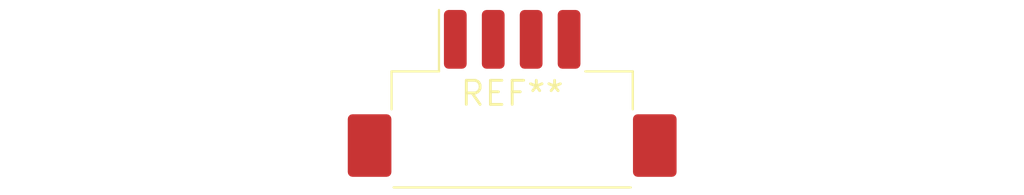
<source format=kicad_pcb>
(kicad_pcb (version 20240108) (generator pcbnew)
  (layers (0 "F.Cu" signal) (31 "B.Cu" signal) (34 "B.Paste" user) (35 "F.Paste" user) (36 "B.SilkS" user "B.Silkscreen") (37 "F.SilkS" user "F.Silkscreen") (38 "B.Mask" user) (39 "F.Mask" user) (44 "Edge.Cuts" user))
  (net 0 "")
  (footprint "Hirose_DF3EA-04P-2H_1x04-1MP_P2.00mm_Horizontal" (layer "F.Cu") (at 0 0)
    (property "Reference" "REF**")
    (property "Value" "Hirose_DF3EA-04P-2H_1x04-1MP_P2.00mm_Horizontal")
    (fp_line (start -6.36 -1.16) (end -3.86 -1.16) (layer "F.SilkS") (stroke (width 0.12)))
    (fp_line (start -6.36 0.84) (end -6.36 -1.16) (layer "F.SilkS") (stroke (width 0.12)))
    (fp_line (start -6.25 4.96) (end 6.25 4.96) (layer "F.SilkS") (stroke (width 0.12)))
    (fp_line (start -3.86 -1.16) (end -3.86 -4.4) (layer "F.SilkS") (stroke (width 0.12)))
    (fp_line (start 6.36 -1.16) (end 3.86 -1.16) (layer "F.SilkS") (stroke (width 0.12)))
    (fp_line (start 6.36 0.84) (end 6.36 -1.16) (layer "F.SilkS") (stroke (width 0.12)))
    (pad "1" smd roundrect (at -3 -2.85) (size 1.2 3.1) (layers "F.Cu" "F.Paste" "F.Mask") (roundrect_rratio 0.208333))
    (pad "2" smd roundrect (at -1 -2.85) (size 1.2 3.1) (layers "F.Cu" "F.Paste" "F.Mask") (roundrect_rratio 0.208333))
    (pad "3" smd roundrect (at 1 -2.85) (size 1.2 3.1) (layers "F.Cu" "F.Paste" "F.Mask") (roundrect_rratio 0.208333))
    (pad "4" smd roundrect (at 3 -2.85) (size 1.2 3.1) (layers "F.Cu" "F.Paste" "F.Mask") (roundrect_rratio 0.208333))
    (pad "MP" smd roundrect (at -7.52 2.75) (size 2.3 3.3) (layers "F.Cu" "F.Paste" "F.Mask") (roundrect_rratio 0.108696))
    (pad "MP" smd roundrect (at 7.52 2.75) (size 2.3 3.3) (layers "F.Cu" "F.Paste" "F.Mask") (roundrect_rratio 0.108696))
  )
)
</source>
